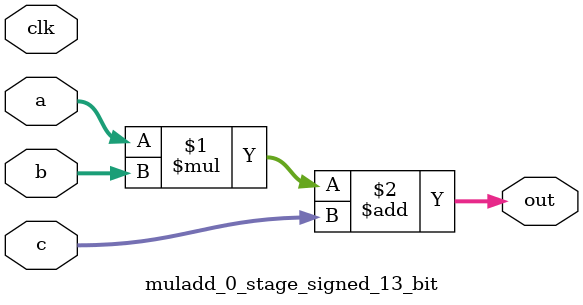
<source format=sv>
(* use_dsp = "yes" *) module muladd_0_stage_signed_13_bit(
	input signed [12:0] a,
	input signed [12:0] b,
	input signed [12:0] c,
	output [12:0] out,
	input clk);

	assign out = (a * b) + c;
endmodule

</source>
